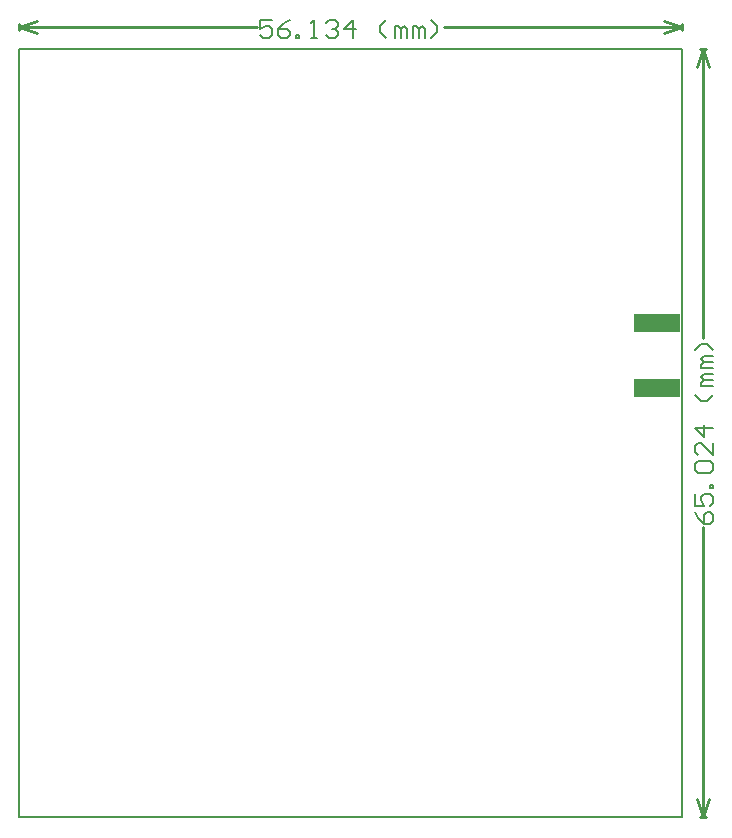
<source format=gbp>
G04 Layer_Color=128*
%FSLAX44Y44*%
%MOMM*%
G71*
G01*
G75*
%ADD29R,3.9500X1.5000*%
%ADD42C,0.2540*%
%ADD44C,0.1778*%
%ADD53C,0.1524*%
D29*
X852750Y788700D02*
D03*
Y733300D02*
D03*
D42*
X891286Y370840D02*
Y615721D01*
Y776199D02*
Y1021080D01*
X886206Y386080D02*
X891286Y370840D01*
X896366Y386080D01*
X886206Y1005840D02*
X891286Y1021080D01*
X896366Y1005840D01*
X888746Y370840D02*
X893826D01*
X888746Y1021080D02*
X893826D01*
X312420Y1038987D02*
X514120D01*
X672060D02*
X873760D01*
X312420D02*
X327660Y1044067D01*
X312420Y1038987D02*
X327660Y1033907D01*
X858520Y1044067D02*
X873760Y1038987D01*
X858520Y1033907D02*
X873760Y1038987D01*
X312420Y1036447D02*
Y1041527D01*
X873760Y1036447D02*
Y1041527D01*
D44*
Y370840D02*
Y1021080D01*
X312420D02*
X873760D01*
X312420Y370840D02*
Y1021080D01*
Y370840D02*
X873760D01*
D53*
X885192Y628417D02*
X887732Y623339D01*
X892810Y618261D01*
X897888D01*
X900427Y620800D01*
Y625878D01*
X897888Y628417D01*
X895349D01*
X892810Y625878D01*
Y618261D01*
X885192Y643652D02*
Y633496D01*
X892810D01*
X890271Y638574D01*
Y641113D01*
X892810Y643652D01*
X897888D01*
X900427Y641113D01*
Y636035D01*
X897888Y633496D01*
X900427Y648731D02*
X897888D01*
Y651270D01*
X900427D01*
Y648731D01*
X887732Y661427D02*
X885192Y663966D01*
Y669044D01*
X887732Y671583D01*
X897888D01*
X900427Y669044D01*
Y663966D01*
X897888Y661427D01*
X887732D01*
X900427Y686818D02*
Y676662D01*
X890271Y686818D01*
X887732D01*
X885192Y684279D01*
Y679201D01*
X887732Y676662D01*
X900427Y699514D02*
X885192D01*
X892810Y691897D01*
Y702054D01*
X900427Y727445D02*
X895349Y722367D01*
X890271D01*
X885192Y727445D01*
X900427Y735063D02*
X890271D01*
Y737602D01*
X892810Y740141D01*
X900427D01*
X892810D01*
X890271Y742680D01*
X892810Y745220D01*
X900427D01*
Y750298D02*
X890271D01*
Y752837D01*
X892810Y755376D01*
X900427D01*
X892810D01*
X890271Y757915D01*
X892810Y760455D01*
X900427D01*
Y765533D02*
X895349Y770611D01*
X890271D01*
X885192Y765533D01*
X526817Y1045080D02*
X516660D01*
Y1037463D01*
X521739Y1040002D01*
X524278D01*
X526817Y1037463D01*
Y1032385D01*
X524278Y1029846D01*
X519199D01*
X516660Y1032385D01*
X542052Y1045080D02*
X536974Y1042541D01*
X531895Y1037463D01*
Y1032385D01*
X534435Y1029846D01*
X539513D01*
X542052Y1032385D01*
Y1034924D01*
X539513Y1037463D01*
X531895D01*
X547130Y1029846D02*
Y1032385D01*
X549670D01*
Y1029846D01*
X547130D01*
X559826D02*
X564905D01*
X562365D01*
Y1045080D01*
X559826Y1042541D01*
X572522D02*
X575061Y1045080D01*
X580140D01*
X582679Y1042541D01*
Y1040002D01*
X580140Y1037463D01*
X577601D01*
X580140D01*
X582679Y1034924D01*
Y1032385D01*
X580140Y1029846D01*
X575061D01*
X572522Y1032385D01*
X595375Y1029846D02*
Y1045080D01*
X587757Y1037463D01*
X597914D01*
X623306Y1029846D02*
X618227Y1034924D01*
Y1040002D01*
X623306Y1045080D01*
X630923Y1029846D02*
Y1040002D01*
X633462D01*
X636002Y1037463D01*
Y1029846D01*
Y1037463D01*
X638541Y1040002D01*
X641080Y1037463D01*
Y1029846D01*
X646158D02*
Y1040002D01*
X648698D01*
X651237Y1037463D01*
Y1029846D01*
Y1037463D01*
X653776Y1040002D01*
X656315Y1037463D01*
Y1029846D01*
X661393D02*
X666472Y1034924D01*
Y1040002D01*
X661393Y1045080D01*
M02*

</source>
